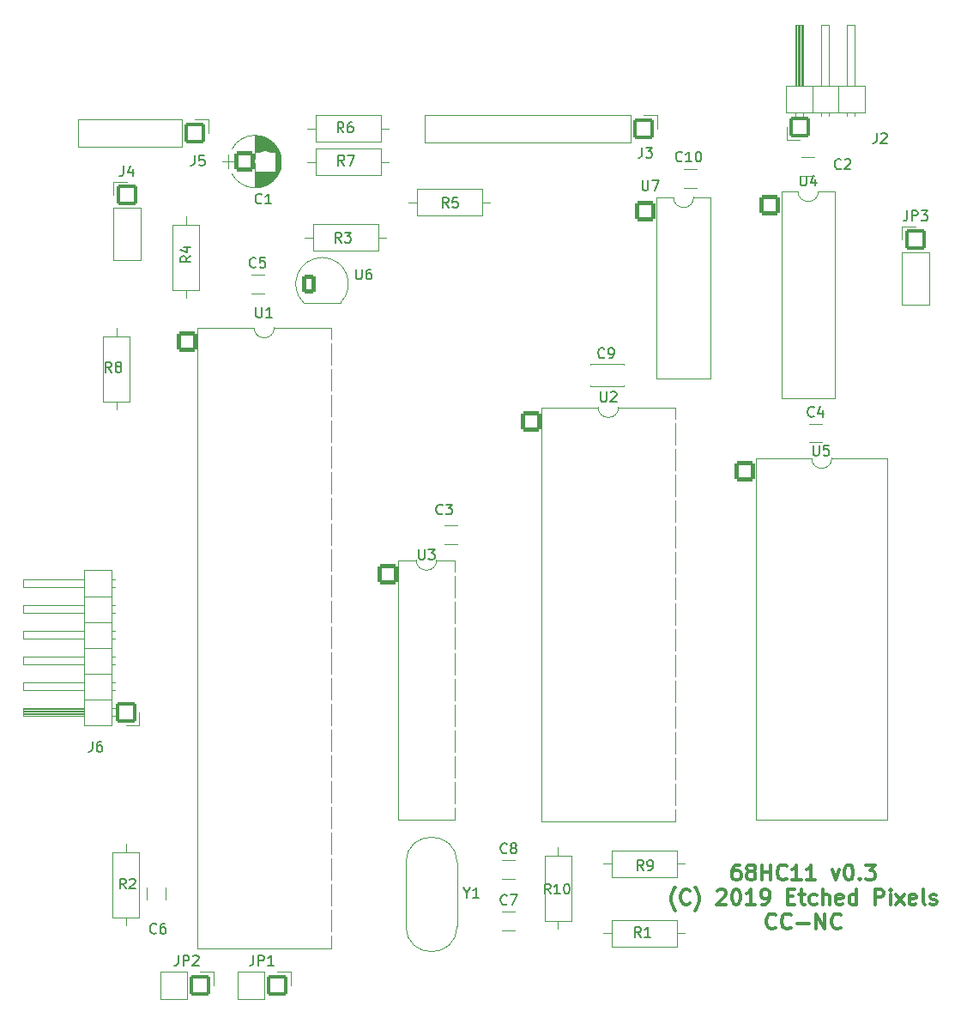
<source format=gto>
G04 #@! TF.GenerationSoftware,KiCad,Pcbnew,6.0.11-3.fc36*
G04 #@! TF.CreationDate,2023-03-05T15:34:22+00:00*
G04 #@! TF.ProjectId,68hc11,36386863-3131-42e6-9b69-6361645f7063,rev?*
G04 #@! TF.SameCoordinates,Original*
G04 #@! TF.FileFunction,Legend,Top*
G04 #@! TF.FilePolarity,Positive*
%FSLAX46Y46*%
G04 Gerber Fmt 4.6, Leading zero omitted, Abs format (unit mm)*
G04 Created by KiCad (PCBNEW 6.0.11-3.fc36) date 2023-03-05 15:34:22*
%MOMM*%
%LPD*%
G01*
G04 APERTURE LIST*
G04 Aperture macros list*
%AMRoundRect*
0 Rectangle with rounded corners*
0 $1 Rounding radius*
0 $2 $3 $4 $5 $6 $7 $8 $9 X,Y pos of 4 corners*
0 Add a 4 corners polygon primitive as box body*
4,1,4,$2,$3,$4,$5,$6,$7,$8,$9,$2,$3,0*
0 Add four circle primitives for the rounded corners*
1,1,$1+$1,$2,$3*
1,1,$1+$1,$4,$5*
1,1,$1+$1,$6,$7*
1,1,$1+$1,$8,$9*
0 Add four rect primitives between the rounded corners*
20,1,$1+$1,$2,$3,$4,$5,0*
20,1,$1+$1,$4,$5,$6,$7,0*
20,1,$1+$1,$6,$7,$8,$9,0*
20,1,$1+$1,$8,$9,$2,$3,0*%
G04 Aperture macros list end*
%ADD10C,0.300000*%
%ADD11C,0.150000*%
%ADD12C,0.120000*%
%ADD13C,2.000000*%
%ADD14O,2.000000X2.000000*%
%ADD15RoundRect,0.200000X-0.800000X-0.800000X0.800000X-0.800000X0.800000X0.800000X-0.800000X0.800000X0*%
%ADD16O,1.300000X1.900000*%
%ADD17RoundRect,0.200000X0.450000X0.750000X-0.450000X0.750000X-0.450000X-0.750000X0.450000X-0.750000X0*%
%ADD18C,1.900000*%
%ADD19RoundRect,0.200000X0.850000X-0.850000X0.850000X0.850000X-0.850000X0.850000X-0.850000X-0.850000X0*%
%ADD20O,2.100000X2.100000*%
%ADD21RoundRect,0.200000X-0.850000X0.850000X-0.850000X-0.850000X0.850000X-0.850000X0.850000X0.850000X0*%
%ADD22RoundRect,0.200000X-0.850000X-0.850000X0.850000X-0.850000X0.850000X0.850000X-0.850000X0.850000X0*%
%ADD23RoundRect,0.200000X0.850000X0.850000X-0.850000X0.850000X-0.850000X-0.850000X0.850000X-0.850000X0*%
G04 APERTURE END LIST*
D10*
X109128571Y-110013571D02*
X108842857Y-110013571D01*
X108700000Y-110085000D01*
X108628571Y-110156428D01*
X108485714Y-110370714D01*
X108414285Y-110656428D01*
X108414285Y-111227857D01*
X108485714Y-111370714D01*
X108557142Y-111442142D01*
X108700000Y-111513571D01*
X108985714Y-111513571D01*
X109128571Y-111442142D01*
X109200000Y-111370714D01*
X109271428Y-111227857D01*
X109271428Y-110870714D01*
X109200000Y-110727857D01*
X109128571Y-110656428D01*
X108985714Y-110585000D01*
X108700000Y-110585000D01*
X108557142Y-110656428D01*
X108485714Y-110727857D01*
X108414285Y-110870714D01*
X110128571Y-110656428D02*
X109985714Y-110585000D01*
X109914285Y-110513571D01*
X109842857Y-110370714D01*
X109842857Y-110299285D01*
X109914285Y-110156428D01*
X109985714Y-110085000D01*
X110128571Y-110013571D01*
X110414285Y-110013571D01*
X110557142Y-110085000D01*
X110628571Y-110156428D01*
X110700000Y-110299285D01*
X110700000Y-110370714D01*
X110628571Y-110513571D01*
X110557142Y-110585000D01*
X110414285Y-110656428D01*
X110128571Y-110656428D01*
X109985714Y-110727857D01*
X109914285Y-110799285D01*
X109842857Y-110942142D01*
X109842857Y-111227857D01*
X109914285Y-111370714D01*
X109985714Y-111442142D01*
X110128571Y-111513571D01*
X110414285Y-111513571D01*
X110557142Y-111442142D01*
X110628571Y-111370714D01*
X110700000Y-111227857D01*
X110700000Y-110942142D01*
X110628571Y-110799285D01*
X110557142Y-110727857D01*
X110414285Y-110656428D01*
X111342857Y-111513571D02*
X111342857Y-110013571D01*
X111342857Y-110727857D02*
X112200000Y-110727857D01*
X112200000Y-111513571D02*
X112200000Y-110013571D01*
X113771428Y-111370714D02*
X113700000Y-111442142D01*
X113485714Y-111513571D01*
X113342857Y-111513571D01*
X113128571Y-111442142D01*
X112985714Y-111299285D01*
X112914285Y-111156428D01*
X112842857Y-110870714D01*
X112842857Y-110656428D01*
X112914285Y-110370714D01*
X112985714Y-110227857D01*
X113128571Y-110085000D01*
X113342857Y-110013571D01*
X113485714Y-110013571D01*
X113700000Y-110085000D01*
X113771428Y-110156428D01*
X115200000Y-111513571D02*
X114342857Y-111513571D01*
X114771428Y-111513571D02*
X114771428Y-110013571D01*
X114628571Y-110227857D01*
X114485714Y-110370714D01*
X114342857Y-110442142D01*
X116628571Y-111513571D02*
X115771428Y-111513571D01*
X116200000Y-111513571D02*
X116200000Y-110013571D01*
X116057142Y-110227857D01*
X115914285Y-110370714D01*
X115771428Y-110442142D01*
X118271428Y-110513571D02*
X118628571Y-111513571D01*
X118985714Y-110513571D01*
X119842857Y-110013571D02*
X119985714Y-110013571D01*
X120128571Y-110085000D01*
X120200000Y-110156428D01*
X120271428Y-110299285D01*
X120342857Y-110585000D01*
X120342857Y-110942142D01*
X120271428Y-111227857D01*
X120200000Y-111370714D01*
X120128571Y-111442142D01*
X119985714Y-111513571D01*
X119842857Y-111513571D01*
X119700000Y-111442142D01*
X119628571Y-111370714D01*
X119557142Y-111227857D01*
X119485714Y-110942142D01*
X119485714Y-110585000D01*
X119557142Y-110299285D01*
X119628571Y-110156428D01*
X119700000Y-110085000D01*
X119842857Y-110013571D01*
X120985714Y-111370714D02*
X121057142Y-111442142D01*
X120985714Y-111513571D01*
X120914285Y-111442142D01*
X120985714Y-111370714D01*
X120985714Y-111513571D01*
X121557142Y-110013571D02*
X122485714Y-110013571D01*
X121985714Y-110585000D01*
X122200000Y-110585000D01*
X122342857Y-110656428D01*
X122414285Y-110727857D01*
X122485714Y-110870714D01*
X122485714Y-111227857D01*
X122414285Y-111370714D01*
X122342857Y-111442142D01*
X122200000Y-111513571D01*
X121771428Y-111513571D01*
X121628571Y-111442142D01*
X121557142Y-111370714D01*
X102807142Y-114500000D02*
X102735714Y-114428571D01*
X102592857Y-114214285D01*
X102521428Y-114071428D01*
X102450000Y-113857142D01*
X102378571Y-113500000D01*
X102378571Y-113214285D01*
X102450000Y-112857142D01*
X102521428Y-112642857D01*
X102592857Y-112500000D01*
X102735714Y-112285714D01*
X102807142Y-112214285D01*
X104235714Y-113785714D02*
X104164285Y-113857142D01*
X103950000Y-113928571D01*
X103807142Y-113928571D01*
X103592857Y-113857142D01*
X103450000Y-113714285D01*
X103378571Y-113571428D01*
X103307142Y-113285714D01*
X103307142Y-113071428D01*
X103378571Y-112785714D01*
X103450000Y-112642857D01*
X103592857Y-112500000D01*
X103807142Y-112428571D01*
X103950000Y-112428571D01*
X104164285Y-112500000D01*
X104235714Y-112571428D01*
X104735714Y-114500000D02*
X104807142Y-114428571D01*
X104950000Y-114214285D01*
X105021428Y-114071428D01*
X105092857Y-113857142D01*
X105164285Y-113500000D01*
X105164285Y-113214285D01*
X105092857Y-112857142D01*
X105021428Y-112642857D01*
X104950000Y-112500000D01*
X104807142Y-112285714D01*
X104735714Y-112214285D01*
X106950000Y-112571428D02*
X107021428Y-112500000D01*
X107164285Y-112428571D01*
X107521428Y-112428571D01*
X107664285Y-112500000D01*
X107735714Y-112571428D01*
X107807142Y-112714285D01*
X107807142Y-112857142D01*
X107735714Y-113071428D01*
X106878571Y-113928571D01*
X107807142Y-113928571D01*
X108735714Y-112428571D02*
X108878571Y-112428571D01*
X109021428Y-112500000D01*
X109092857Y-112571428D01*
X109164285Y-112714285D01*
X109235714Y-113000000D01*
X109235714Y-113357142D01*
X109164285Y-113642857D01*
X109092857Y-113785714D01*
X109021428Y-113857142D01*
X108878571Y-113928571D01*
X108735714Y-113928571D01*
X108592857Y-113857142D01*
X108521428Y-113785714D01*
X108450000Y-113642857D01*
X108378571Y-113357142D01*
X108378571Y-113000000D01*
X108450000Y-112714285D01*
X108521428Y-112571428D01*
X108592857Y-112500000D01*
X108735714Y-112428571D01*
X110664285Y-113928571D02*
X109807142Y-113928571D01*
X110235714Y-113928571D02*
X110235714Y-112428571D01*
X110092857Y-112642857D01*
X109950000Y-112785714D01*
X109807142Y-112857142D01*
X111378571Y-113928571D02*
X111664285Y-113928571D01*
X111807142Y-113857142D01*
X111878571Y-113785714D01*
X112021428Y-113571428D01*
X112092857Y-113285714D01*
X112092857Y-112714285D01*
X112021428Y-112571428D01*
X111950000Y-112500000D01*
X111807142Y-112428571D01*
X111521428Y-112428571D01*
X111378571Y-112500000D01*
X111307142Y-112571428D01*
X111235714Y-112714285D01*
X111235714Y-113071428D01*
X111307142Y-113214285D01*
X111378571Y-113285714D01*
X111521428Y-113357142D01*
X111807142Y-113357142D01*
X111950000Y-113285714D01*
X112021428Y-113214285D01*
X112092857Y-113071428D01*
X113878571Y-113142857D02*
X114378571Y-113142857D01*
X114592857Y-113928571D02*
X113878571Y-113928571D01*
X113878571Y-112428571D01*
X114592857Y-112428571D01*
X115021428Y-112928571D02*
X115592857Y-112928571D01*
X115235714Y-112428571D02*
X115235714Y-113714285D01*
X115307142Y-113857142D01*
X115450000Y-113928571D01*
X115592857Y-113928571D01*
X116735714Y-113857142D02*
X116592857Y-113928571D01*
X116307142Y-113928571D01*
X116164285Y-113857142D01*
X116092857Y-113785714D01*
X116021428Y-113642857D01*
X116021428Y-113214285D01*
X116092857Y-113071428D01*
X116164285Y-113000000D01*
X116307142Y-112928571D01*
X116592857Y-112928571D01*
X116735714Y-113000000D01*
X117378571Y-113928571D02*
X117378571Y-112428571D01*
X118021428Y-113928571D02*
X118021428Y-113142857D01*
X117950000Y-113000000D01*
X117807142Y-112928571D01*
X117592857Y-112928571D01*
X117450000Y-113000000D01*
X117378571Y-113071428D01*
X119307142Y-113857142D02*
X119164285Y-113928571D01*
X118878571Y-113928571D01*
X118735714Y-113857142D01*
X118664285Y-113714285D01*
X118664285Y-113142857D01*
X118735714Y-113000000D01*
X118878571Y-112928571D01*
X119164285Y-112928571D01*
X119307142Y-113000000D01*
X119378571Y-113142857D01*
X119378571Y-113285714D01*
X118664285Y-113428571D01*
X120664285Y-113928571D02*
X120664285Y-112428571D01*
X120664285Y-113857142D02*
X120521428Y-113928571D01*
X120235714Y-113928571D01*
X120092857Y-113857142D01*
X120021428Y-113785714D01*
X119950000Y-113642857D01*
X119950000Y-113214285D01*
X120021428Y-113071428D01*
X120092857Y-113000000D01*
X120235714Y-112928571D01*
X120521428Y-112928571D01*
X120664285Y-113000000D01*
X122521428Y-113928571D02*
X122521428Y-112428571D01*
X123092857Y-112428571D01*
X123235714Y-112500000D01*
X123307142Y-112571428D01*
X123378571Y-112714285D01*
X123378571Y-112928571D01*
X123307142Y-113071428D01*
X123235714Y-113142857D01*
X123092857Y-113214285D01*
X122521428Y-113214285D01*
X124021428Y-113928571D02*
X124021428Y-112928571D01*
X124021428Y-112428571D02*
X123950000Y-112500000D01*
X124021428Y-112571428D01*
X124092857Y-112500000D01*
X124021428Y-112428571D01*
X124021428Y-112571428D01*
X124592857Y-113928571D02*
X125378571Y-112928571D01*
X124592857Y-112928571D02*
X125378571Y-113928571D01*
X126521428Y-113857142D02*
X126378571Y-113928571D01*
X126092857Y-113928571D01*
X125950000Y-113857142D01*
X125878571Y-113714285D01*
X125878571Y-113142857D01*
X125950000Y-113000000D01*
X126092857Y-112928571D01*
X126378571Y-112928571D01*
X126521428Y-113000000D01*
X126592857Y-113142857D01*
X126592857Y-113285714D01*
X125878571Y-113428571D01*
X127450000Y-113928571D02*
X127307142Y-113857142D01*
X127235714Y-113714285D01*
X127235714Y-112428571D01*
X127950000Y-113857142D02*
X128092857Y-113928571D01*
X128378571Y-113928571D01*
X128521428Y-113857142D01*
X128592857Y-113714285D01*
X128592857Y-113642857D01*
X128521428Y-113500000D01*
X128378571Y-113428571D01*
X128164285Y-113428571D01*
X128021428Y-113357142D01*
X127950000Y-113214285D01*
X127950000Y-113142857D01*
X128021428Y-113000000D01*
X128164285Y-112928571D01*
X128378571Y-112928571D01*
X128521428Y-113000000D01*
X112700000Y-116200714D02*
X112628571Y-116272142D01*
X112414285Y-116343571D01*
X112271428Y-116343571D01*
X112057142Y-116272142D01*
X111914285Y-116129285D01*
X111842857Y-115986428D01*
X111771428Y-115700714D01*
X111771428Y-115486428D01*
X111842857Y-115200714D01*
X111914285Y-115057857D01*
X112057142Y-114915000D01*
X112271428Y-114843571D01*
X112414285Y-114843571D01*
X112628571Y-114915000D01*
X112700000Y-114986428D01*
X114200000Y-116200714D02*
X114128571Y-116272142D01*
X113914285Y-116343571D01*
X113771428Y-116343571D01*
X113557142Y-116272142D01*
X113414285Y-116129285D01*
X113342857Y-115986428D01*
X113271428Y-115700714D01*
X113271428Y-115486428D01*
X113342857Y-115200714D01*
X113414285Y-115057857D01*
X113557142Y-114915000D01*
X113771428Y-114843571D01*
X113914285Y-114843571D01*
X114128571Y-114915000D01*
X114200000Y-114986428D01*
X114842857Y-115772142D02*
X115985714Y-115772142D01*
X116700000Y-116343571D02*
X116700000Y-114843571D01*
X117557142Y-116343571D01*
X117557142Y-114843571D01*
X119128571Y-116200714D02*
X119057142Y-116272142D01*
X118842857Y-116343571D01*
X118700000Y-116343571D01*
X118485714Y-116272142D01*
X118342857Y-116129285D01*
X118271428Y-115986428D01*
X118200000Y-115700714D01*
X118200000Y-115486428D01*
X118271428Y-115200714D01*
X118342857Y-115057857D01*
X118485714Y-114915000D01*
X118700000Y-114843571D01*
X118842857Y-114843571D01*
X119057142Y-114915000D01*
X119128571Y-114986428D01*
D11*
X99648093Y-110544740D02*
X99314760Y-110068550D01*
X99076664Y-110544740D02*
X99076664Y-109544740D01*
X99457617Y-109544740D01*
X99552855Y-109592360D01*
X99600474Y-109639979D01*
X99648093Y-109735217D01*
X99648093Y-109878074D01*
X99600474Y-109973312D01*
X99552855Y-110020931D01*
X99457617Y-110068550D01*
X99076664Y-110068550D01*
X100124283Y-110544740D02*
X100314760Y-110544740D01*
X100409998Y-110497121D01*
X100457617Y-110449502D01*
X100552855Y-110306645D01*
X100600474Y-110116169D01*
X100600474Y-109735217D01*
X100552855Y-109639979D01*
X100505236Y-109592360D01*
X100409998Y-109544740D01*
X100219521Y-109544740D01*
X100124283Y-109592360D01*
X100076664Y-109639979D01*
X100029045Y-109735217D01*
X100029045Y-109973312D01*
X100076664Y-110068550D01*
X100124283Y-110116169D01*
X100219521Y-110163788D01*
X100409998Y-110163788D01*
X100505236Y-110116169D01*
X100552855Y-110068550D01*
X100600474Y-109973312D01*
X115148455Y-42034660D02*
X115148455Y-42844184D01*
X115196074Y-42939422D01*
X115243693Y-42987041D01*
X115338931Y-43034660D01*
X115529407Y-43034660D01*
X115624645Y-42987041D01*
X115672264Y-42939422D01*
X115719883Y-42844184D01*
X115719883Y-42034660D01*
X116624645Y-42367994D02*
X116624645Y-43034660D01*
X116386550Y-41987041D02*
X116148455Y-42701327D01*
X116767502Y-42701327D01*
X77480255Y-78893420D02*
X77480255Y-79702944D01*
X77527874Y-79798182D01*
X77575493Y-79845801D01*
X77670731Y-79893420D01*
X77861207Y-79893420D01*
X77956445Y-79845801D01*
X78004064Y-79798182D01*
X78051683Y-79702944D01*
X78051683Y-78893420D01*
X78432636Y-78893420D02*
X79051683Y-78893420D01*
X78718350Y-79274373D01*
X78861207Y-79274373D01*
X78956445Y-79321992D01*
X79004064Y-79369611D01*
X79051683Y-79464849D01*
X79051683Y-79702944D01*
X79004064Y-79798182D01*
X78956445Y-79845801D01*
X78861207Y-79893420D01*
X78575493Y-79893420D01*
X78480255Y-79845801D01*
X78432636Y-79798182D01*
X61427455Y-55027580D02*
X61427455Y-55837104D01*
X61475074Y-55932342D01*
X61522693Y-55979961D01*
X61617931Y-56027580D01*
X61808407Y-56027580D01*
X61903645Y-55979961D01*
X61951264Y-55932342D01*
X61998883Y-55837104D01*
X61998883Y-55027580D01*
X62998883Y-56027580D02*
X62427455Y-56027580D01*
X62713169Y-56027580D02*
X62713169Y-55027580D01*
X62617931Y-55170438D01*
X62522693Y-55265676D01*
X62427455Y-55313295D01*
X95794533Y-59935382D02*
X95746914Y-59983001D01*
X95604057Y-60030620D01*
X95508819Y-60030620D01*
X95365961Y-59983001D01*
X95270723Y-59887763D01*
X95223104Y-59792525D01*
X95175485Y-59602049D01*
X95175485Y-59459192D01*
X95223104Y-59268716D01*
X95270723Y-59173478D01*
X95365961Y-59078240D01*
X95508819Y-59030620D01*
X95604057Y-59030620D01*
X95746914Y-59078240D01*
X95794533Y-59125859D01*
X96270723Y-60030620D02*
X96461200Y-60030620D01*
X96556438Y-59983001D01*
X96604057Y-59935382D01*
X96699295Y-59792525D01*
X96746914Y-59602049D01*
X96746914Y-59221097D01*
X96699295Y-59125859D01*
X96651676Y-59078240D01*
X96556438Y-59030620D01*
X96365961Y-59030620D01*
X96270723Y-59078240D01*
X96223104Y-59125859D01*
X96175485Y-59221097D01*
X96175485Y-59459192D01*
X96223104Y-59554430D01*
X96270723Y-59602049D01*
X96365961Y-59649668D01*
X96556438Y-59649668D01*
X96651676Y-59602049D01*
X96699295Y-59554430D01*
X96746914Y-59459192D01*
X54982860Y-49967266D02*
X54506670Y-50300600D01*
X54982860Y-50538695D02*
X53982860Y-50538695D01*
X53982860Y-50157742D01*
X54030480Y-50062504D01*
X54078099Y-50014885D01*
X54173337Y-49967266D01*
X54316194Y-49967266D01*
X54411432Y-50014885D01*
X54459051Y-50062504D01*
X54506670Y-50157742D01*
X54506670Y-50538695D01*
X54316194Y-49110123D02*
X54982860Y-49110123D01*
X53935241Y-49348219D02*
X54649527Y-49586314D01*
X54649527Y-48967266D01*
X116408295Y-68636900D02*
X116408295Y-69446424D01*
X116455914Y-69541662D01*
X116503533Y-69589281D01*
X116598771Y-69636900D01*
X116789247Y-69636900D01*
X116884485Y-69589281D01*
X116932104Y-69541662D01*
X116979723Y-69446424D01*
X116979723Y-68636900D01*
X117932104Y-68636900D02*
X117455914Y-68636900D01*
X117408295Y-69113091D01*
X117455914Y-69065472D01*
X117551152Y-69017853D01*
X117789247Y-69017853D01*
X117884485Y-69065472D01*
X117932104Y-69113091D01*
X117979723Y-69208329D01*
X117979723Y-69446424D01*
X117932104Y-69541662D01*
X117884485Y-69589281D01*
X117789247Y-69636900D01*
X117551152Y-69636900D01*
X117455914Y-69589281D01*
X117408295Y-69541662D01*
X61983333Y-44707142D02*
X61935714Y-44754761D01*
X61792857Y-44802380D01*
X61697619Y-44802380D01*
X61554761Y-44754761D01*
X61459523Y-44659523D01*
X61411904Y-44564285D01*
X61364285Y-44373809D01*
X61364285Y-44230952D01*
X61411904Y-44040476D01*
X61459523Y-43945238D01*
X61554761Y-43850000D01*
X61697619Y-43802380D01*
X61792857Y-43802380D01*
X61935714Y-43850000D01*
X61983333Y-43897619D01*
X62935714Y-44802380D02*
X62364285Y-44802380D01*
X62650000Y-44802380D02*
X62650000Y-43802380D01*
X62554761Y-43945238D01*
X62459523Y-44040476D01*
X62364285Y-44088095D01*
X99378333Y-117142380D02*
X99045000Y-116666190D01*
X98806904Y-117142380D02*
X98806904Y-116142380D01*
X99187857Y-116142380D01*
X99283095Y-116190000D01*
X99330714Y-116237619D01*
X99378333Y-116332857D01*
X99378333Y-116475714D01*
X99330714Y-116570952D01*
X99283095Y-116618571D01*
X99187857Y-116666190D01*
X98806904Y-116666190D01*
X100330714Y-117142380D02*
X99759285Y-117142380D01*
X100045000Y-117142380D02*
X100045000Y-116142380D01*
X99949761Y-116285238D01*
X99854523Y-116380476D01*
X99759285Y-116428095D01*
X48568333Y-112372380D02*
X48235000Y-111896190D01*
X47996904Y-112372380D02*
X47996904Y-111372380D01*
X48377857Y-111372380D01*
X48473095Y-111420000D01*
X48520714Y-111467619D01*
X48568333Y-111562857D01*
X48568333Y-111705714D01*
X48520714Y-111800952D01*
X48473095Y-111848571D01*
X48377857Y-111896190D01*
X47996904Y-111896190D01*
X48949285Y-111467619D02*
X48996904Y-111420000D01*
X49092142Y-111372380D01*
X49330238Y-111372380D01*
X49425476Y-111420000D01*
X49473095Y-111467619D01*
X49520714Y-111562857D01*
X49520714Y-111658095D01*
X49473095Y-111800952D01*
X48901666Y-112372380D01*
X49520714Y-112372380D01*
X69831373Y-48635900D02*
X69498040Y-48159710D01*
X69259944Y-48635900D02*
X69259944Y-47635900D01*
X69640897Y-47635900D01*
X69736135Y-47683520D01*
X69783754Y-47731139D01*
X69831373Y-47826377D01*
X69831373Y-47969234D01*
X69783754Y-48064472D01*
X69736135Y-48112091D01*
X69640897Y-48159710D01*
X69259944Y-48159710D01*
X70164706Y-47635900D02*
X70783754Y-47635900D01*
X70450420Y-48016853D01*
X70593278Y-48016853D01*
X70688516Y-48064472D01*
X70736135Y-48112091D01*
X70783754Y-48207329D01*
X70783754Y-48445424D01*
X70736135Y-48540662D01*
X70688516Y-48588281D01*
X70593278Y-48635900D01*
X70307563Y-48635900D01*
X70212325Y-48588281D01*
X70164706Y-48540662D01*
X80418093Y-45196740D02*
X80084760Y-44720550D01*
X79846664Y-45196740D02*
X79846664Y-44196740D01*
X80227617Y-44196740D01*
X80322855Y-44244360D01*
X80370474Y-44291979D01*
X80418093Y-44387217D01*
X80418093Y-44530074D01*
X80370474Y-44625312D01*
X80322855Y-44672931D01*
X80227617Y-44720550D01*
X79846664Y-44720550D01*
X81322855Y-44196740D02*
X80846664Y-44196740D01*
X80799045Y-44672931D01*
X80846664Y-44625312D01*
X80941902Y-44577693D01*
X81179998Y-44577693D01*
X81275236Y-44625312D01*
X81322855Y-44672931D01*
X81370474Y-44768169D01*
X81370474Y-45006264D01*
X81322855Y-45101502D01*
X81275236Y-45149121D01*
X81179998Y-45196740D01*
X80941902Y-45196740D01*
X80846664Y-45149121D01*
X80799045Y-45101502D01*
X70054893Y-37769780D02*
X69721560Y-37293590D01*
X69483464Y-37769780D02*
X69483464Y-36769780D01*
X69864417Y-36769780D01*
X69959655Y-36817400D01*
X70007274Y-36865019D01*
X70054893Y-36960257D01*
X70054893Y-37103114D01*
X70007274Y-37198352D01*
X69959655Y-37245971D01*
X69864417Y-37293590D01*
X69483464Y-37293590D01*
X70912036Y-36769780D02*
X70721560Y-36769780D01*
X70626321Y-36817400D01*
X70578702Y-36865019D01*
X70483464Y-37007876D01*
X70435845Y-37198352D01*
X70435845Y-37579304D01*
X70483464Y-37674542D01*
X70531083Y-37722161D01*
X70626321Y-37769780D01*
X70816798Y-37769780D01*
X70912036Y-37722161D01*
X70959655Y-37674542D01*
X71007274Y-37579304D01*
X71007274Y-37341209D01*
X70959655Y-37245971D01*
X70912036Y-37198352D01*
X70816798Y-37150733D01*
X70626321Y-37150733D01*
X70531083Y-37198352D01*
X70483464Y-37245971D01*
X70435845Y-37341209D01*
X70126013Y-41020980D02*
X69792680Y-40544790D01*
X69554584Y-41020980D02*
X69554584Y-40020980D01*
X69935537Y-40020980D01*
X70030775Y-40068600D01*
X70078394Y-40116219D01*
X70126013Y-40211457D01*
X70126013Y-40354314D01*
X70078394Y-40449552D01*
X70030775Y-40497171D01*
X69935537Y-40544790D01*
X69554584Y-40544790D01*
X70459346Y-40020980D02*
X71126013Y-40020980D01*
X70697441Y-41020980D01*
X47168773Y-61422540D02*
X46835440Y-60946350D01*
X46597344Y-61422540D02*
X46597344Y-60422540D01*
X46978297Y-60422540D01*
X47073535Y-60470160D01*
X47121154Y-60517779D01*
X47168773Y-60613017D01*
X47168773Y-60755874D01*
X47121154Y-60851112D01*
X47073535Y-60898731D01*
X46978297Y-60946350D01*
X46597344Y-60946350D01*
X47740201Y-60851112D02*
X47644963Y-60803493D01*
X47597344Y-60755874D01*
X47549725Y-60660636D01*
X47549725Y-60613017D01*
X47597344Y-60517779D01*
X47644963Y-60470160D01*
X47740201Y-60422540D01*
X47930678Y-60422540D01*
X48025916Y-60470160D01*
X48073535Y-60517779D01*
X48121154Y-60613017D01*
X48121154Y-60660636D01*
X48073535Y-60755874D01*
X48025916Y-60803493D01*
X47930678Y-60851112D01*
X47740201Y-60851112D01*
X47644963Y-60898731D01*
X47597344Y-60946350D01*
X47549725Y-61041588D01*
X47549725Y-61232064D01*
X47597344Y-61327302D01*
X47644963Y-61374921D01*
X47740201Y-61422540D01*
X47930678Y-61422540D01*
X48025916Y-61374921D01*
X48073535Y-61327302D01*
X48121154Y-61232064D01*
X48121154Y-61041588D01*
X48073535Y-60946350D01*
X48025916Y-60898731D01*
X47930678Y-60851112D01*
X90477142Y-112877380D02*
X90143809Y-112401190D01*
X89905714Y-112877380D02*
X89905714Y-111877380D01*
X90286666Y-111877380D01*
X90381904Y-111925000D01*
X90429523Y-111972619D01*
X90477142Y-112067857D01*
X90477142Y-112210714D01*
X90429523Y-112305952D01*
X90381904Y-112353571D01*
X90286666Y-112401190D01*
X89905714Y-112401190D01*
X91429523Y-112877380D02*
X90858095Y-112877380D01*
X91143809Y-112877380D02*
X91143809Y-111877380D01*
X91048571Y-112020238D01*
X90953333Y-112115476D01*
X90858095Y-112163095D01*
X92048571Y-111877380D02*
X92143809Y-111877380D01*
X92239047Y-111925000D01*
X92286666Y-111972619D01*
X92334285Y-112067857D01*
X92381904Y-112258333D01*
X92381904Y-112496428D01*
X92334285Y-112686904D01*
X92286666Y-112782142D01*
X92239047Y-112829761D01*
X92143809Y-112877380D01*
X92048571Y-112877380D01*
X91953333Y-112829761D01*
X91905714Y-112782142D01*
X91858095Y-112686904D01*
X91810476Y-112496428D01*
X91810476Y-112258333D01*
X91858095Y-112067857D01*
X91905714Y-111972619D01*
X91953333Y-111925000D01*
X92048571Y-111877380D01*
X95427895Y-63341140D02*
X95427895Y-64150664D01*
X95475514Y-64245902D01*
X95523133Y-64293521D01*
X95618371Y-64341140D01*
X95808847Y-64341140D01*
X95904085Y-64293521D01*
X95951704Y-64245902D01*
X95999323Y-64150664D01*
X95999323Y-63341140D01*
X96427895Y-63436379D02*
X96475514Y-63388760D01*
X96570752Y-63341140D01*
X96808847Y-63341140D01*
X96904085Y-63388760D01*
X96951704Y-63436379D01*
X96999323Y-63531617D01*
X96999323Y-63626855D01*
X96951704Y-63769712D01*
X96380276Y-64341140D01*
X96999323Y-64341140D01*
X71288095Y-51252380D02*
X71288095Y-52061904D01*
X71335714Y-52157142D01*
X71383333Y-52204761D01*
X71478571Y-52252380D01*
X71669047Y-52252380D01*
X71764285Y-52204761D01*
X71811904Y-52157142D01*
X71859523Y-52061904D01*
X71859523Y-51252380D01*
X72764285Y-51252380D02*
X72573809Y-51252380D01*
X72478571Y-51300000D01*
X72430952Y-51347619D01*
X72335714Y-51490476D01*
X72288095Y-51680952D01*
X72288095Y-52061904D01*
X72335714Y-52157142D01*
X72383333Y-52204761D01*
X72478571Y-52252380D01*
X72669047Y-52252380D01*
X72764285Y-52204761D01*
X72811904Y-52157142D01*
X72859523Y-52061904D01*
X72859523Y-51823809D01*
X72811904Y-51728571D01*
X72764285Y-51680952D01*
X72669047Y-51633333D01*
X72478571Y-51633333D01*
X72383333Y-51680952D01*
X72335714Y-51728571D01*
X72288095Y-51823809D01*
X82223809Y-112776190D02*
X82223809Y-113252380D01*
X81890476Y-112252380D02*
X82223809Y-112776190D01*
X82557142Y-112252380D01*
X83414285Y-113252380D02*
X82842857Y-113252380D01*
X83128571Y-113252380D02*
X83128571Y-112252380D01*
X83033333Y-112395238D01*
X82938095Y-112490476D01*
X82842857Y-112538095D01*
X122666666Y-37852380D02*
X122666666Y-38566666D01*
X122619047Y-38709523D01*
X122523809Y-38804761D01*
X122380952Y-38852380D01*
X122285714Y-38852380D01*
X123095238Y-37947619D02*
X123142857Y-37900000D01*
X123238095Y-37852380D01*
X123476190Y-37852380D01*
X123571428Y-37900000D01*
X123619047Y-37947619D01*
X123666666Y-38042857D01*
X123666666Y-38138095D01*
X123619047Y-38280952D01*
X123047619Y-38852380D01*
X123666666Y-38852380D01*
X99501786Y-39263860D02*
X99501786Y-39978146D01*
X99454167Y-40121003D01*
X99358929Y-40216241D01*
X99216072Y-40263860D01*
X99120834Y-40263860D01*
X99882739Y-39263860D02*
X100501786Y-39263860D01*
X100168453Y-39644813D01*
X100311310Y-39644813D01*
X100406548Y-39692432D01*
X100454167Y-39740051D01*
X100501786Y-39835289D01*
X100501786Y-40073384D01*
X100454167Y-40168622D01*
X100406548Y-40216241D01*
X100311310Y-40263860D01*
X100025596Y-40263860D01*
X99930358Y-40216241D01*
X99882739Y-40168622D01*
X48343226Y-41089780D02*
X48343226Y-41804066D01*
X48295607Y-41946923D01*
X48200369Y-42042161D01*
X48057512Y-42089780D01*
X47962274Y-42089780D01*
X49247988Y-41423114D02*
X49247988Y-42089780D01*
X49009893Y-41042161D02*
X48771798Y-41756447D01*
X49390845Y-41756447D01*
X61166666Y-118952380D02*
X61166666Y-119666666D01*
X61119047Y-119809523D01*
X61023809Y-119904761D01*
X60880952Y-119952380D01*
X60785714Y-119952380D01*
X61642857Y-119952380D02*
X61642857Y-118952380D01*
X62023809Y-118952380D01*
X62119047Y-119000000D01*
X62166666Y-119047619D01*
X62214285Y-119142857D01*
X62214285Y-119285714D01*
X62166666Y-119380952D01*
X62119047Y-119428571D01*
X62023809Y-119476190D01*
X61642857Y-119476190D01*
X63166666Y-119952380D02*
X62595238Y-119952380D01*
X62880952Y-119952380D02*
X62880952Y-118952380D01*
X62785714Y-119095238D01*
X62690476Y-119190476D01*
X62595238Y-119238095D01*
X53766666Y-118952380D02*
X53766666Y-119666666D01*
X53719047Y-119809523D01*
X53623809Y-119904761D01*
X53480952Y-119952380D01*
X53385714Y-119952380D01*
X54242857Y-119952380D02*
X54242857Y-118952380D01*
X54623809Y-118952380D01*
X54719047Y-119000000D01*
X54766666Y-119047619D01*
X54814285Y-119142857D01*
X54814285Y-119285714D01*
X54766666Y-119380952D01*
X54719047Y-119428571D01*
X54623809Y-119476190D01*
X54242857Y-119476190D01*
X55195238Y-119047619D02*
X55242857Y-119000000D01*
X55338095Y-118952380D01*
X55576190Y-118952380D01*
X55671428Y-119000000D01*
X55719047Y-119047619D01*
X55766666Y-119142857D01*
X55766666Y-119238095D01*
X55719047Y-119380952D01*
X55147619Y-119952380D01*
X55766666Y-119952380D01*
X125673906Y-45473820D02*
X125673906Y-46188106D01*
X125626287Y-46330963D01*
X125531049Y-46426201D01*
X125388192Y-46473820D01*
X125292954Y-46473820D01*
X126150097Y-46473820D02*
X126150097Y-45473820D01*
X126531049Y-45473820D01*
X126626287Y-45521440D01*
X126673906Y-45569059D01*
X126721525Y-45664297D01*
X126721525Y-45807154D01*
X126673906Y-45902392D01*
X126626287Y-45950011D01*
X126531049Y-45997630D01*
X126150097Y-45997630D01*
X127054859Y-45473820D02*
X127673906Y-45473820D01*
X127340573Y-45854773D01*
X127483430Y-45854773D01*
X127578668Y-45902392D01*
X127626287Y-45950011D01*
X127673906Y-46045249D01*
X127673906Y-46283344D01*
X127626287Y-46378582D01*
X127578668Y-46426201D01*
X127483430Y-46473820D01*
X127197716Y-46473820D01*
X127102478Y-46426201D01*
X127054859Y-46378582D01*
X55366666Y-40052380D02*
X55366666Y-40766666D01*
X55319047Y-40909523D01*
X55223809Y-41004761D01*
X55080952Y-41052380D01*
X54985714Y-41052380D01*
X56319047Y-40052380D02*
X55842857Y-40052380D01*
X55795238Y-40528571D01*
X55842857Y-40480952D01*
X55938095Y-40433333D01*
X56176190Y-40433333D01*
X56271428Y-40480952D01*
X56319047Y-40528571D01*
X56366666Y-40623809D01*
X56366666Y-40861904D01*
X56319047Y-40957142D01*
X56271428Y-41004761D01*
X56176190Y-41052380D01*
X55938095Y-41052380D01*
X55842857Y-41004761D01*
X55795238Y-40957142D01*
X45266666Y-97852380D02*
X45266666Y-98566666D01*
X45219047Y-98709523D01*
X45123809Y-98804761D01*
X44980952Y-98852380D01*
X44885714Y-98852380D01*
X46171428Y-97852380D02*
X45980952Y-97852380D01*
X45885714Y-97900000D01*
X45838095Y-97947619D01*
X45742857Y-98090476D01*
X45695238Y-98280952D01*
X45695238Y-98661904D01*
X45742857Y-98757142D01*
X45790476Y-98804761D01*
X45885714Y-98852380D01*
X46076190Y-98852380D01*
X46171428Y-98804761D01*
X46219047Y-98757142D01*
X46266666Y-98661904D01*
X46266666Y-98423809D01*
X46219047Y-98328571D01*
X46171428Y-98280952D01*
X46076190Y-98233333D01*
X45885714Y-98233333D01*
X45790476Y-98280952D01*
X45742857Y-98328571D01*
X45695238Y-98423809D01*
X119142213Y-41301942D02*
X119094594Y-41349561D01*
X118951737Y-41397180D01*
X118856499Y-41397180D01*
X118713641Y-41349561D01*
X118618403Y-41254323D01*
X118570784Y-41159085D01*
X118523165Y-40968609D01*
X118523165Y-40825752D01*
X118570784Y-40635276D01*
X118618403Y-40540038D01*
X118713641Y-40444800D01*
X118856499Y-40397180D01*
X118951737Y-40397180D01*
X119094594Y-40444800D01*
X119142213Y-40492419D01*
X119523165Y-40492419D02*
X119570784Y-40444800D01*
X119666022Y-40397180D01*
X119904118Y-40397180D01*
X119999356Y-40444800D01*
X120046975Y-40492419D01*
X120094594Y-40587657D01*
X120094594Y-40682895D01*
X120046975Y-40825752D01*
X119475546Y-41397180D01*
X120094594Y-41397180D01*
X79833333Y-75357142D02*
X79785714Y-75404761D01*
X79642857Y-75452380D01*
X79547619Y-75452380D01*
X79404761Y-75404761D01*
X79309523Y-75309523D01*
X79261904Y-75214285D01*
X79214285Y-75023809D01*
X79214285Y-74880952D01*
X79261904Y-74690476D01*
X79309523Y-74595238D01*
X79404761Y-74500000D01*
X79547619Y-74452380D01*
X79642857Y-74452380D01*
X79785714Y-74500000D01*
X79833333Y-74547619D01*
X80166666Y-74452380D02*
X80785714Y-74452380D01*
X80452380Y-74833333D01*
X80595238Y-74833333D01*
X80690476Y-74880952D01*
X80738095Y-74928571D01*
X80785714Y-75023809D01*
X80785714Y-75261904D01*
X80738095Y-75357142D01*
X80690476Y-75404761D01*
X80595238Y-75452380D01*
X80309523Y-75452380D01*
X80214285Y-75404761D01*
X80166666Y-75357142D01*
X116475533Y-65739062D02*
X116427914Y-65786681D01*
X116285057Y-65834300D01*
X116189819Y-65834300D01*
X116046961Y-65786681D01*
X115951723Y-65691443D01*
X115904104Y-65596205D01*
X115856485Y-65405729D01*
X115856485Y-65262872D01*
X115904104Y-65072396D01*
X115951723Y-64977158D01*
X116046961Y-64881920D01*
X116189819Y-64834300D01*
X116285057Y-64834300D01*
X116427914Y-64881920D01*
X116475533Y-64929539D01*
X117332676Y-65167634D02*
X117332676Y-65834300D01*
X117094580Y-64786681D02*
X116856485Y-65500967D01*
X117475533Y-65500967D01*
X61408333Y-51012142D02*
X61360714Y-51059761D01*
X61217857Y-51107380D01*
X61122619Y-51107380D01*
X60979761Y-51059761D01*
X60884523Y-50964523D01*
X60836904Y-50869285D01*
X60789285Y-50678809D01*
X60789285Y-50535952D01*
X60836904Y-50345476D01*
X60884523Y-50250238D01*
X60979761Y-50155000D01*
X61122619Y-50107380D01*
X61217857Y-50107380D01*
X61360714Y-50155000D01*
X61408333Y-50202619D01*
X62313095Y-50107380D02*
X61836904Y-50107380D01*
X61789285Y-50583571D01*
X61836904Y-50535952D01*
X61932142Y-50488333D01*
X62170238Y-50488333D01*
X62265476Y-50535952D01*
X62313095Y-50583571D01*
X62360714Y-50678809D01*
X62360714Y-50916904D01*
X62313095Y-51012142D01*
X62265476Y-51059761D01*
X62170238Y-51107380D01*
X61932142Y-51107380D01*
X61836904Y-51059761D01*
X61789285Y-51012142D01*
X51583333Y-116707142D02*
X51535714Y-116754761D01*
X51392857Y-116802380D01*
X51297619Y-116802380D01*
X51154761Y-116754761D01*
X51059523Y-116659523D01*
X51011904Y-116564285D01*
X50964285Y-116373809D01*
X50964285Y-116230952D01*
X51011904Y-116040476D01*
X51059523Y-115945238D01*
X51154761Y-115850000D01*
X51297619Y-115802380D01*
X51392857Y-115802380D01*
X51535714Y-115850000D01*
X51583333Y-115897619D01*
X52440476Y-115802380D02*
X52250000Y-115802380D01*
X52154761Y-115850000D01*
X52107142Y-115897619D01*
X52011904Y-116040476D01*
X51964285Y-116230952D01*
X51964285Y-116611904D01*
X52011904Y-116707142D01*
X52059523Y-116754761D01*
X52154761Y-116802380D01*
X52345238Y-116802380D01*
X52440476Y-116754761D01*
X52488095Y-116707142D01*
X52535714Y-116611904D01*
X52535714Y-116373809D01*
X52488095Y-116278571D01*
X52440476Y-116230952D01*
X52345238Y-116183333D01*
X52154761Y-116183333D01*
X52059523Y-116230952D01*
X52011904Y-116278571D01*
X51964285Y-116373809D01*
X86173333Y-113877142D02*
X86125714Y-113924761D01*
X85982857Y-113972380D01*
X85887619Y-113972380D01*
X85744761Y-113924761D01*
X85649523Y-113829523D01*
X85601904Y-113734285D01*
X85554285Y-113543809D01*
X85554285Y-113400952D01*
X85601904Y-113210476D01*
X85649523Y-113115238D01*
X85744761Y-113020000D01*
X85887619Y-112972380D01*
X85982857Y-112972380D01*
X86125714Y-113020000D01*
X86173333Y-113067619D01*
X86506666Y-112972380D02*
X87173333Y-112972380D01*
X86744761Y-113972380D01*
X86173333Y-108797142D02*
X86125714Y-108844761D01*
X85982857Y-108892380D01*
X85887619Y-108892380D01*
X85744761Y-108844761D01*
X85649523Y-108749523D01*
X85601904Y-108654285D01*
X85554285Y-108463809D01*
X85554285Y-108320952D01*
X85601904Y-108130476D01*
X85649523Y-108035238D01*
X85744761Y-107940000D01*
X85887619Y-107892380D01*
X85982857Y-107892380D01*
X86125714Y-107940000D01*
X86173333Y-107987619D01*
X86744761Y-108320952D02*
X86649523Y-108273333D01*
X86601904Y-108225714D01*
X86554285Y-108130476D01*
X86554285Y-108082857D01*
X86601904Y-107987619D01*
X86649523Y-107940000D01*
X86744761Y-107892380D01*
X86935238Y-107892380D01*
X87030476Y-107940000D01*
X87078095Y-107987619D01*
X87125714Y-108082857D01*
X87125714Y-108130476D01*
X87078095Y-108225714D01*
X87030476Y-108273333D01*
X86935238Y-108320952D01*
X86744761Y-108320952D01*
X86649523Y-108368571D01*
X86601904Y-108416190D01*
X86554285Y-108511428D01*
X86554285Y-108701904D01*
X86601904Y-108797142D01*
X86649523Y-108844761D01*
X86744761Y-108892380D01*
X86935238Y-108892380D01*
X87030476Y-108844761D01*
X87078095Y-108797142D01*
X87125714Y-108701904D01*
X87125714Y-108511428D01*
X87078095Y-108416190D01*
X87030476Y-108368571D01*
X86935238Y-108320952D01*
X103457142Y-40557142D02*
X103409523Y-40604761D01*
X103266666Y-40652380D01*
X103171428Y-40652380D01*
X103028571Y-40604761D01*
X102933333Y-40509523D01*
X102885714Y-40414285D01*
X102838095Y-40223809D01*
X102838095Y-40080952D01*
X102885714Y-39890476D01*
X102933333Y-39795238D01*
X103028571Y-39700000D01*
X103171428Y-39652380D01*
X103266666Y-39652380D01*
X103409523Y-39700000D01*
X103457142Y-39747619D01*
X104409523Y-40652380D02*
X103838095Y-40652380D01*
X104123809Y-40652380D02*
X104123809Y-39652380D01*
X104028571Y-39795238D01*
X103933333Y-39890476D01*
X103838095Y-39938095D01*
X105028571Y-39652380D02*
X105123809Y-39652380D01*
X105219047Y-39700000D01*
X105266666Y-39747619D01*
X105314285Y-39842857D01*
X105361904Y-40033333D01*
X105361904Y-40271428D01*
X105314285Y-40461904D01*
X105266666Y-40557142D01*
X105219047Y-40604761D01*
X105123809Y-40652380D01*
X105028571Y-40652380D01*
X104933333Y-40604761D01*
X104885714Y-40557142D01*
X104838095Y-40461904D01*
X104790476Y-40271428D01*
X104790476Y-40033333D01*
X104838095Y-39842857D01*
X104885714Y-39747619D01*
X104933333Y-39700000D01*
X105028571Y-39652380D01*
X99538095Y-42502380D02*
X99538095Y-43311904D01*
X99585714Y-43407142D01*
X99633333Y-43454761D01*
X99728571Y-43502380D01*
X99919047Y-43502380D01*
X100014285Y-43454761D01*
X100061904Y-43407142D01*
X100109523Y-43311904D01*
X100109523Y-42502380D01*
X100490476Y-42502380D02*
X101157142Y-42502380D01*
X100728571Y-43502380D01*
D12*
X102980000Y-111210000D02*
X102980000Y-108590000D01*
X102980000Y-108590000D02*
X96560000Y-108590000D01*
X96560000Y-108590000D02*
X96560000Y-111210000D01*
X96560000Y-111210000D02*
X102980000Y-111210000D01*
X103870000Y-109900000D02*
X102980000Y-109900000D01*
X95670000Y-109900000D02*
X96560000Y-109900000D01*
X114910360Y-43582280D02*
G75*
G03*
X116910360Y-43582280I1000000J0D01*
G01*
X114910360Y-43582280D02*
X113260360Y-43582280D01*
X113260360Y-43582280D02*
X113260360Y-64022280D01*
X113260360Y-64022280D02*
X118560360Y-64022280D01*
X118560360Y-64022280D02*
X118560360Y-43582280D01*
X118560360Y-43582280D02*
X116910360Y-43582280D01*
X77242160Y-79956040D02*
X75472160Y-79956040D01*
X75472160Y-79956040D02*
X75472160Y-105596040D01*
X75472160Y-105596040D02*
X81012160Y-105596040D01*
X81012160Y-105596040D02*
X81012160Y-79956040D01*
X81012160Y-79956040D02*
X79242160Y-79956040D01*
X77242160Y-79956040D02*
G75*
G03*
X79242160Y-79956040I1000000J0D01*
G01*
X61230000Y-57030000D02*
X55650000Y-57030000D01*
X55650000Y-57030000D02*
X55650000Y-118230000D01*
X55650000Y-118230000D02*
X68810000Y-118230000D01*
X68810000Y-118230000D02*
X68810000Y-57030000D01*
X68810000Y-57030000D02*
X63230000Y-57030000D01*
X61230000Y-57030000D02*
G75*
G03*
X63230000Y-57030000I1000000J0D01*
G01*
X97687560Y-62826760D02*
X94447560Y-62826760D01*
X97687560Y-60586760D02*
X94447560Y-60586760D01*
X97687560Y-62826760D02*
X97687560Y-62761760D01*
X97687560Y-60651760D02*
X97687560Y-60586760D01*
X94447560Y-62826760D02*
X94447560Y-62761760D01*
X94447560Y-60651760D02*
X94447560Y-60586760D01*
X55810000Y-46870000D02*
X53190000Y-46870000D01*
X53190000Y-46870000D02*
X53190000Y-53290000D01*
X53190000Y-53290000D02*
X55810000Y-53290000D01*
X55810000Y-53290000D02*
X55810000Y-46870000D01*
X54500000Y-45980000D02*
X54500000Y-46870000D01*
X54500000Y-54180000D02*
X54500000Y-53290000D01*
X116241320Y-69901760D02*
G75*
G03*
X118241320Y-69901760I1000000J0D01*
G01*
X116241320Y-69901760D02*
X110781320Y-69901760D01*
X110781320Y-69901760D02*
X110781320Y-105581760D01*
X110781320Y-105581760D02*
X123701320Y-105581760D01*
X123701320Y-105581760D02*
X123701320Y-69901760D01*
X123701320Y-69901760D02*
X118241320Y-69901760D01*
X63630722Y-39460278D02*
G75*
G03*
X59019420Y-39460000I-2305722J-1179722D01*
G01*
X59019420Y-41820000D02*
G75*
G03*
X63630722Y-41819722I2305580J1180000D01*
G01*
X63630722Y-41819722D02*
G75*
G03*
X63630580Y-39460000I-2305722J1179722D01*
G01*
X61325000Y-38090000D02*
X61325000Y-43190000D01*
X61365000Y-38090000D02*
X61365000Y-39660000D01*
X61365000Y-41620000D02*
X61365000Y-43190000D01*
X61405000Y-38091000D02*
X61405000Y-39660000D01*
X61405000Y-41620000D02*
X61405000Y-43189000D01*
X61445000Y-38092000D02*
X61445000Y-39660000D01*
X61445000Y-41620000D02*
X61445000Y-43188000D01*
X61485000Y-38094000D02*
X61485000Y-39660000D01*
X61485000Y-41620000D02*
X61485000Y-43186000D01*
X61525000Y-38097000D02*
X61525000Y-39660000D01*
X61525000Y-41620000D02*
X61525000Y-43183000D01*
X61565000Y-38101000D02*
X61565000Y-39660000D01*
X61565000Y-41620000D02*
X61565000Y-43179000D01*
X61605000Y-38105000D02*
X61605000Y-39660000D01*
X61605000Y-41620000D02*
X61605000Y-43175000D01*
X61645000Y-38109000D02*
X61645000Y-39660000D01*
X61645000Y-41620000D02*
X61645000Y-43171000D01*
X61685000Y-38115000D02*
X61685000Y-39660000D01*
X61685000Y-41620000D02*
X61685000Y-43165000D01*
X61725000Y-38121000D02*
X61725000Y-39660000D01*
X61725000Y-41620000D02*
X61725000Y-43159000D01*
X61765000Y-38127000D02*
X61765000Y-39660000D01*
X61765000Y-41620000D02*
X61765000Y-43153000D01*
X61805000Y-38134000D02*
X61805000Y-39660000D01*
X61805000Y-41620000D02*
X61805000Y-43146000D01*
X61845000Y-38142000D02*
X61845000Y-39660000D01*
X61845000Y-41620000D02*
X61845000Y-43138000D01*
X61885000Y-38151000D02*
X61885000Y-39660000D01*
X61885000Y-41620000D02*
X61885000Y-43129000D01*
X61925000Y-38160000D02*
X61925000Y-39660000D01*
X61925000Y-41620000D02*
X61925000Y-43120000D01*
X61965000Y-38170000D02*
X61965000Y-39660000D01*
X61965000Y-41620000D02*
X61965000Y-43110000D01*
X62005000Y-38180000D02*
X62005000Y-39660000D01*
X62005000Y-41620000D02*
X62005000Y-43100000D01*
X62046000Y-38192000D02*
X62046000Y-39660000D01*
X62046000Y-41620000D02*
X62046000Y-43088000D01*
X62086000Y-38204000D02*
X62086000Y-39660000D01*
X62086000Y-41620000D02*
X62086000Y-43076000D01*
X62126000Y-38216000D02*
X62126000Y-39660000D01*
X62126000Y-41620000D02*
X62126000Y-43064000D01*
X62166000Y-38230000D02*
X62166000Y-39660000D01*
X62166000Y-41620000D02*
X62166000Y-43050000D01*
X62206000Y-38244000D02*
X62206000Y-39660000D01*
X62206000Y-41620000D02*
X62206000Y-43036000D01*
X62246000Y-38258000D02*
X62246000Y-39660000D01*
X62246000Y-41620000D02*
X62246000Y-43022000D01*
X62286000Y-38274000D02*
X62286000Y-39660000D01*
X62286000Y-41620000D02*
X62286000Y-43006000D01*
X62326000Y-38290000D02*
X62326000Y-39660000D01*
X62326000Y-41620000D02*
X62326000Y-42990000D01*
X62366000Y-38307000D02*
X62366000Y-39660000D01*
X62366000Y-41620000D02*
X62366000Y-42973000D01*
X62406000Y-38325000D02*
X62406000Y-39660000D01*
X62406000Y-41620000D02*
X62406000Y-42955000D01*
X62446000Y-38344000D02*
X62446000Y-39660000D01*
X62446000Y-41620000D02*
X62446000Y-42936000D01*
X62486000Y-38364000D02*
X62486000Y-39660000D01*
X62486000Y-41620000D02*
X62486000Y-42916000D01*
X62526000Y-38384000D02*
X62526000Y-39660000D01*
X62526000Y-41620000D02*
X62526000Y-42896000D01*
X62566000Y-38406000D02*
X62566000Y-39660000D01*
X62566000Y-41620000D02*
X62566000Y-42874000D01*
X62606000Y-38428000D02*
X62606000Y-39660000D01*
X62606000Y-41620000D02*
X62606000Y-42852000D01*
X62646000Y-38451000D02*
X62646000Y-39660000D01*
X62646000Y-41620000D02*
X62646000Y-42829000D01*
X62686000Y-38475000D02*
X62686000Y-39660000D01*
X62686000Y-41620000D02*
X62686000Y-42805000D01*
X62726000Y-38500000D02*
X62726000Y-39660000D01*
X62726000Y-41620000D02*
X62726000Y-42780000D01*
X62766000Y-38527000D02*
X62766000Y-39660000D01*
X62766000Y-41620000D02*
X62766000Y-42753000D01*
X62806000Y-38554000D02*
X62806000Y-39660000D01*
X62806000Y-41620000D02*
X62806000Y-42726000D01*
X62846000Y-38582000D02*
X62846000Y-39660000D01*
X62846000Y-41620000D02*
X62846000Y-42698000D01*
X62886000Y-38612000D02*
X62886000Y-39660000D01*
X62886000Y-41620000D02*
X62886000Y-42668000D01*
X62926000Y-38643000D02*
X62926000Y-39660000D01*
X62926000Y-41620000D02*
X62926000Y-42637000D01*
X62966000Y-38675000D02*
X62966000Y-39660000D01*
X62966000Y-41620000D02*
X62966000Y-42605000D01*
X63006000Y-38708000D02*
X63006000Y-39660000D01*
X63006000Y-41620000D02*
X63006000Y-42572000D01*
X63046000Y-38743000D02*
X63046000Y-39660000D01*
X63046000Y-41620000D02*
X63046000Y-42537000D01*
X63086000Y-38779000D02*
X63086000Y-39660000D01*
X63086000Y-41620000D02*
X63086000Y-42501000D01*
X63126000Y-38817000D02*
X63126000Y-39660000D01*
X63126000Y-41620000D02*
X63126000Y-42463000D01*
X63166000Y-38857000D02*
X63166000Y-39660000D01*
X63166000Y-41620000D02*
X63166000Y-42423000D01*
X63206000Y-38898000D02*
X63206000Y-39660000D01*
X63206000Y-41620000D02*
X63206000Y-42382000D01*
X63246000Y-38941000D02*
X63246000Y-39660000D01*
X63246000Y-41620000D02*
X63246000Y-42339000D01*
X63286000Y-38986000D02*
X63286000Y-39660000D01*
X63286000Y-41620000D02*
X63286000Y-42294000D01*
X63326000Y-39034000D02*
X63326000Y-42246000D01*
X63366000Y-39084000D02*
X63366000Y-42196000D01*
X63406000Y-39136000D02*
X63406000Y-42144000D01*
X63446000Y-39192000D02*
X63446000Y-42088000D01*
X63486000Y-39250000D02*
X63486000Y-42030000D01*
X63526000Y-39313000D02*
X63526000Y-41967000D01*
X63566000Y-39379000D02*
X63566000Y-41901000D01*
X63606000Y-39451000D02*
X63606000Y-41829000D01*
X63646000Y-39528000D02*
X63646000Y-41752000D01*
X63686000Y-39612000D02*
X63686000Y-41668000D01*
X63726000Y-39706000D02*
X63726000Y-41574000D01*
X63766000Y-39811000D02*
X63766000Y-41469000D01*
X63806000Y-39933000D02*
X63806000Y-41347000D01*
X63846000Y-40081000D02*
X63846000Y-41199000D01*
X63886000Y-40286000D02*
X63886000Y-40994000D01*
X58125000Y-40640000D02*
X59325000Y-40640000D01*
X58725000Y-39990000D02*
X58725000Y-41290000D01*
X102980000Y-118060000D02*
X102980000Y-115440000D01*
X102980000Y-115440000D02*
X96560000Y-115440000D01*
X96560000Y-115440000D02*
X96560000Y-118060000D01*
X96560000Y-118060000D02*
X102980000Y-118060000D01*
X103870000Y-116750000D02*
X102980000Y-116750000D01*
X95670000Y-116750000D02*
X96560000Y-116750000D01*
X49910000Y-108770000D02*
X47290000Y-108770000D01*
X47290000Y-108770000D02*
X47290000Y-115190000D01*
X47290000Y-115190000D02*
X49910000Y-115190000D01*
X49910000Y-115190000D02*
X49910000Y-108770000D01*
X48600000Y-107880000D02*
X48600000Y-108770000D01*
X48600000Y-116080000D02*
X48600000Y-115190000D01*
X73462040Y-49468120D02*
X73462040Y-46848120D01*
X73462040Y-46848120D02*
X67042040Y-46848120D01*
X67042040Y-46848120D02*
X67042040Y-49468120D01*
X67042040Y-49468120D02*
X73462040Y-49468120D01*
X74352040Y-48158120D02*
X73462040Y-48158120D01*
X66152040Y-48158120D02*
X67042040Y-48158120D01*
X77308720Y-43342920D02*
X77308720Y-45962920D01*
X77308720Y-45962920D02*
X83728720Y-45962920D01*
X83728720Y-45962920D02*
X83728720Y-43342920D01*
X83728720Y-43342920D02*
X77308720Y-43342920D01*
X76418720Y-44652920D02*
X77308720Y-44652920D01*
X84618720Y-44652920D02*
X83728720Y-44652920D01*
X73746520Y-38678200D02*
X73746520Y-36058200D01*
X73746520Y-36058200D02*
X67326520Y-36058200D01*
X67326520Y-36058200D02*
X67326520Y-38678200D01*
X67326520Y-38678200D02*
X73746520Y-38678200D01*
X74636520Y-37368200D02*
X73746520Y-37368200D01*
X66436520Y-37368200D02*
X67326520Y-37368200D01*
X73746520Y-41980200D02*
X73746520Y-39360200D01*
X73746520Y-39360200D02*
X67326520Y-39360200D01*
X67326520Y-39360200D02*
X67326520Y-41980200D01*
X67326520Y-41980200D02*
X73746520Y-41980200D01*
X74636520Y-40670200D02*
X73746520Y-40670200D01*
X66436520Y-40670200D02*
X67326520Y-40670200D01*
X48950240Y-57877000D02*
X46330240Y-57877000D01*
X46330240Y-57877000D02*
X46330240Y-64297000D01*
X46330240Y-64297000D02*
X48950240Y-64297000D01*
X48950240Y-64297000D02*
X48950240Y-57877000D01*
X47640240Y-56987000D02*
X47640240Y-57877000D01*
X47640240Y-65187000D02*
X47640240Y-64297000D01*
X89890000Y-115530000D02*
X92510000Y-115530000D01*
X92510000Y-115530000D02*
X92510000Y-109110000D01*
X92510000Y-109110000D02*
X89890000Y-109110000D01*
X89890000Y-109110000D02*
X89890000Y-115530000D01*
X91200000Y-116420000D02*
X91200000Y-115530000D01*
X91200000Y-108220000D02*
X91200000Y-109110000D01*
X95189800Y-64888760D02*
X89609800Y-64888760D01*
X89609800Y-64888760D02*
X89609800Y-105768760D01*
X89609800Y-105768760D02*
X102769800Y-105768760D01*
X102769800Y-105768760D02*
X102769800Y-64888760D01*
X102769800Y-64888760D02*
X97189800Y-64888760D01*
X95189800Y-64888760D02*
G75*
G03*
X97189800Y-64888760I1000000J0D01*
G01*
X66145000Y-54555000D02*
X69745000Y-54555000D01*
X67945000Y-50104999D02*
G75*
G03*
X66106522Y-54543478I0J-2600001D01*
G01*
X69783478Y-54543478D02*
G75*
G03*
X67945000Y-50105000I-1838478J1838478D01*
G01*
X81265000Y-109805000D02*
X81265000Y-116055000D01*
X76215000Y-109805000D02*
X76215000Y-116055000D01*
X81265000Y-109805000D02*
G75*
G03*
X76215000Y-109805000I-2525000J0D01*
G01*
X76215000Y-116055000D02*
G75*
G03*
X81265000Y-116055000I2525000J0D01*
G01*
X113737080Y-35816720D02*
X121477080Y-35816720D01*
X121477080Y-35816720D02*
X121477080Y-33156720D01*
X121477080Y-33156720D02*
X113737080Y-33156720D01*
X113737080Y-33156720D02*
X113737080Y-35816720D01*
X114687080Y-33156720D02*
X114687080Y-27156720D01*
X114687080Y-27156720D02*
X115447080Y-27156720D01*
X115447080Y-27156720D02*
X115447080Y-33156720D01*
X114747080Y-33156720D02*
X114747080Y-27156720D01*
X114867080Y-33156720D02*
X114867080Y-27156720D01*
X114987080Y-33156720D02*
X114987080Y-27156720D01*
X115107080Y-33156720D02*
X115107080Y-27156720D01*
X115227080Y-33156720D02*
X115227080Y-27156720D01*
X115347080Y-33156720D02*
X115347080Y-27156720D01*
X114687080Y-36146720D02*
X114687080Y-35816720D01*
X115447080Y-36146720D02*
X115447080Y-35816720D01*
X116337080Y-35816720D02*
X116337080Y-33156720D01*
X117227080Y-33156720D02*
X117227080Y-27156720D01*
X117227080Y-27156720D02*
X117987080Y-27156720D01*
X117987080Y-27156720D02*
X117987080Y-33156720D01*
X117227080Y-36213791D02*
X117227080Y-35816720D01*
X117987080Y-36213791D02*
X117987080Y-35816720D01*
X118877080Y-35816720D02*
X118877080Y-33156720D01*
X119767080Y-33156720D02*
X119767080Y-27156720D01*
X119767080Y-27156720D02*
X120527080Y-27156720D01*
X120527080Y-27156720D02*
X120527080Y-33156720D01*
X119767080Y-36213791D02*
X119767080Y-35816720D01*
X120527080Y-36213791D02*
X120527080Y-35816720D01*
X115067080Y-38526720D02*
X113797080Y-38526720D01*
X113797080Y-38526720D02*
X113797080Y-37256720D01*
X78050000Y-36070000D02*
X78050000Y-38730000D01*
X98430000Y-36070000D02*
X78050000Y-36070000D01*
X98430000Y-38730000D02*
X78050000Y-38730000D01*
X98430000Y-36070000D02*
X98430000Y-38730000D01*
X99700000Y-36070000D02*
X101030000Y-36070000D01*
X101030000Y-36070000D02*
X101030000Y-37400000D01*
X47346560Y-42637400D02*
X48676560Y-42637400D01*
X47346560Y-43967400D02*
X47346560Y-42637400D01*
X47346560Y-45237400D02*
X50006560Y-45237400D01*
X50006560Y-45237400D02*
X50006560Y-50377400D01*
X47346560Y-45237400D02*
X47346560Y-50377400D01*
X47346560Y-50377400D02*
X50006560Y-50377400D01*
X64830000Y-120590000D02*
X64830000Y-121920000D01*
X63500000Y-120590000D02*
X64830000Y-120590000D01*
X62230000Y-120590000D02*
X62230000Y-123250000D01*
X62230000Y-123250000D02*
X59630000Y-123250000D01*
X62230000Y-120590000D02*
X59630000Y-120590000D01*
X59630000Y-120590000D02*
X59630000Y-123250000D01*
X52010000Y-120590000D02*
X52010000Y-123250000D01*
X54610000Y-120590000D02*
X52010000Y-120590000D01*
X54610000Y-123250000D02*
X52010000Y-123250000D01*
X54610000Y-120590000D02*
X54610000Y-123250000D01*
X55880000Y-120590000D02*
X57210000Y-120590000D01*
X57210000Y-120590000D02*
X57210000Y-121920000D01*
X125177240Y-54761440D02*
X127837240Y-54761440D01*
X125177240Y-49621440D02*
X125177240Y-54761440D01*
X127837240Y-49621440D02*
X127837240Y-54761440D01*
X125177240Y-49621440D02*
X127837240Y-49621440D01*
X125177240Y-48351440D02*
X125177240Y-47021440D01*
X125177240Y-47021440D02*
X126507240Y-47021440D01*
X43892160Y-36510920D02*
X43892160Y-39170920D01*
X54112160Y-36510920D02*
X43892160Y-36510920D01*
X54112160Y-39170920D02*
X43892160Y-39170920D01*
X54112160Y-36510920D02*
X54112160Y-39170920D01*
X55382160Y-36510920D02*
X56712160Y-36510920D01*
X56712160Y-36510920D02*
X56712160Y-37840920D01*
X47140040Y-96290440D02*
X47140040Y-80930440D01*
X47140040Y-80930440D02*
X44480040Y-80930440D01*
X44480040Y-80930440D02*
X44480040Y-96290440D01*
X44480040Y-96290440D02*
X47140040Y-96290440D01*
X44480040Y-95340440D02*
X38480040Y-95340440D01*
X38480040Y-95340440D02*
X38480040Y-94580440D01*
X38480040Y-94580440D02*
X44480040Y-94580440D01*
X44480040Y-95280440D02*
X38480040Y-95280440D01*
X44480040Y-95160440D02*
X38480040Y-95160440D01*
X44480040Y-95040440D02*
X38480040Y-95040440D01*
X44480040Y-94920440D02*
X38480040Y-94920440D01*
X44480040Y-94800440D02*
X38480040Y-94800440D01*
X44480040Y-94680440D02*
X38480040Y-94680440D01*
X47470040Y-95340440D02*
X47140040Y-95340440D01*
X47470040Y-94580440D02*
X47140040Y-94580440D01*
X47140040Y-93690440D02*
X44480040Y-93690440D01*
X44480040Y-92800440D02*
X38480040Y-92800440D01*
X38480040Y-92800440D02*
X38480040Y-92040440D01*
X38480040Y-92040440D02*
X44480040Y-92040440D01*
X47537111Y-92800440D02*
X47140040Y-92800440D01*
X47537111Y-92040440D02*
X47140040Y-92040440D01*
X47140040Y-91150440D02*
X44480040Y-91150440D01*
X44480040Y-90260440D02*
X38480040Y-90260440D01*
X38480040Y-90260440D02*
X38480040Y-89500440D01*
X38480040Y-89500440D02*
X44480040Y-89500440D01*
X47537111Y-90260440D02*
X47140040Y-90260440D01*
X47537111Y-89500440D02*
X47140040Y-89500440D01*
X47140040Y-88610440D02*
X44480040Y-88610440D01*
X44480040Y-87720440D02*
X38480040Y-87720440D01*
X38480040Y-87720440D02*
X38480040Y-86960440D01*
X38480040Y-86960440D02*
X44480040Y-86960440D01*
X47537111Y-87720440D02*
X47140040Y-87720440D01*
X47537111Y-86960440D02*
X47140040Y-86960440D01*
X47140040Y-86070440D02*
X44480040Y-86070440D01*
X44480040Y-85180440D02*
X38480040Y-85180440D01*
X38480040Y-85180440D02*
X38480040Y-84420440D01*
X38480040Y-84420440D02*
X44480040Y-84420440D01*
X47537111Y-85180440D02*
X47140040Y-85180440D01*
X47537111Y-84420440D02*
X47140040Y-84420440D01*
X47140040Y-83530440D02*
X44480040Y-83530440D01*
X44480040Y-82640440D02*
X38480040Y-82640440D01*
X38480040Y-82640440D02*
X38480040Y-81880440D01*
X38480040Y-81880440D02*
X44480040Y-81880440D01*
X47537111Y-82640440D02*
X47140040Y-82640440D01*
X47537111Y-81880440D02*
X47140040Y-81880440D01*
X49850040Y-94960440D02*
X49850040Y-96230440D01*
X49850040Y-96230440D02*
X48580040Y-96230440D01*
X116498400Y-40243240D02*
X115240400Y-40243240D01*
X116498400Y-42083240D02*
X115240400Y-42083240D01*
X81294000Y-78390000D02*
X80036000Y-78390000D01*
X81294000Y-76550000D02*
X80036000Y-76550000D01*
X116013200Y-68351920D02*
X117271200Y-68351920D01*
X116013200Y-66511920D02*
X117271200Y-66511920D01*
X60946000Y-51785000D02*
X62204000Y-51785000D01*
X60946000Y-53625000D02*
X62204000Y-53625000D01*
X52470000Y-112221000D02*
X52470000Y-113479000D01*
X50630000Y-112221000D02*
X50630000Y-113479000D01*
X85711000Y-114650000D02*
X86969000Y-114650000D01*
X85711000Y-116490000D02*
X86969000Y-116490000D01*
X85711000Y-111410000D02*
X86969000Y-111410000D01*
X85711000Y-109570000D02*
X86969000Y-109570000D01*
X104879000Y-43270000D02*
X103621000Y-43270000D01*
X104879000Y-41430000D02*
X103621000Y-41430000D01*
X102610000Y-44170000D02*
G75*
G03*
X104610000Y-44170000I1000000J0D01*
G01*
X102610000Y-44170000D02*
X100960000Y-44170000D01*
X100960000Y-44170000D02*
X100960000Y-62070000D01*
X100960000Y-62070000D02*
X106260000Y-62070000D01*
X106260000Y-62070000D02*
X106260000Y-44170000D01*
X106260000Y-44170000D02*
X104610000Y-44170000D01*
%LPC*%
D13*
X104850000Y-109900000D03*
D14*
X94690000Y-109900000D03*
D15*
X112100360Y-44912280D03*
D14*
X119720360Y-62692280D03*
X112100360Y-47452280D03*
X119720360Y-60152280D03*
X112100360Y-49992280D03*
X119720360Y-57612280D03*
X112100360Y-52532280D03*
X119720360Y-55072280D03*
X112100360Y-55072280D03*
X119720360Y-52532280D03*
X112100360Y-57612280D03*
X119720360Y-49992280D03*
X112100360Y-60152280D03*
X119720360Y-47452280D03*
X112100360Y-62692280D03*
X119720360Y-44912280D03*
D15*
X74432160Y-81346040D03*
D14*
X82052160Y-104206040D03*
X74432160Y-83886040D03*
X82052160Y-101666040D03*
X74432160Y-86426040D03*
X82052160Y-99126040D03*
X74432160Y-88966040D03*
X82052160Y-96586040D03*
X74432160Y-91506040D03*
X82052160Y-94046040D03*
X74432160Y-94046040D03*
X82052160Y-91506040D03*
X74432160Y-96586040D03*
X82052160Y-88966040D03*
X74432160Y-99126040D03*
X82052160Y-86426040D03*
X74432160Y-101666040D03*
X82052160Y-83886040D03*
X74432160Y-104206040D03*
X82052160Y-81346040D03*
D15*
X54610000Y-58420000D03*
D14*
X69850000Y-116840000D03*
X54610000Y-60960000D03*
X69850000Y-114300000D03*
X54610000Y-63500000D03*
X69850000Y-111760000D03*
X54610000Y-66040000D03*
X69850000Y-109220000D03*
X54610000Y-68580000D03*
X69850000Y-106680000D03*
X54610000Y-71120000D03*
X69850000Y-104140000D03*
X54610000Y-73660000D03*
X69850000Y-101600000D03*
X54610000Y-76200000D03*
X69850000Y-99060000D03*
X54610000Y-78740000D03*
X69850000Y-96520000D03*
X54610000Y-81280000D03*
X69850000Y-93980000D03*
X54610000Y-83820000D03*
X69850000Y-91440000D03*
X54610000Y-86360000D03*
X69850000Y-88900000D03*
X54610000Y-88900000D03*
X69850000Y-86360000D03*
X54610000Y-91440000D03*
X69850000Y-83820000D03*
X54610000Y-93980000D03*
X69850000Y-81280000D03*
X54610000Y-96520000D03*
X69850000Y-78740000D03*
X54610000Y-99060000D03*
X69850000Y-76200000D03*
X54610000Y-101600000D03*
X69850000Y-73660000D03*
X54610000Y-104140000D03*
X69850000Y-71120000D03*
X54610000Y-106680000D03*
X69850000Y-68580000D03*
X54610000Y-109220000D03*
X69850000Y-66040000D03*
X54610000Y-111760000D03*
X69850000Y-63500000D03*
X54610000Y-114300000D03*
X69850000Y-60960000D03*
X54610000Y-116840000D03*
X69850000Y-58420000D03*
D13*
X97317560Y-61706760D03*
X94817560Y-61706760D03*
X54500000Y-45000000D03*
D14*
X54500000Y-55160000D03*
D15*
X109621320Y-71231760D03*
D14*
X124861320Y-104251760D03*
X109621320Y-73771760D03*
X124861320Y-101711760D03*
X109621320Y-76311760D03*
X124861320Y-99171760D03*
X109621320Y-78851760D03*
X124861320Y-96631760D03*
X109621320Y-81391760D03*
X124861320Y-94091760D03*
X109621320Y-83931760D03*
X124861320Y-91551760D03*
X109621320Y-86471760D03*
X124861320Y-89011760D03*
X109621320Y-89011760D03*
X124861320Y-86471760D03*
X109621320Y-91551760D03*
X124861320Y-83931760D03*
X109621320Y-94091760D03*
X124861320Y-81391760D03*
X109621320Y-96631760D03*
X124861320Y-78851760D03*
X109621320Y-99171760D03*
X124861320Y-76311760D03*
X109621320Y-101711760D03*
X124861320Y-73771760D03*
X109621320Y-104251760D03*
X124861320Y-71231760D03*
D15*
X60325000Y-40640000D03*
D13*
X62325000Y-40640000D03*
X104850000Y-116750000D03*
D14*
X94690000Y-116750000D03*
D13*
X48600000Y-106900000D03*
D14*
X48600000Y-117060000D03*
D13*
X75332040Y-48158120D03*
D14*
X65172040Y-48158120D03*
D13*
X75438720Y-44652920D03*
D14*
X85598720Y-44652920D03*
D13*
X75616520Y-37368200D03*
D14*
X65456520Y-37368200D03*
D13*
X75616520Y-40670200D03*
D14*
X65456520Y-40670200D03*
D13*
X47640240Y-56007000D03*
D14*
X47640240Y-66167000D03*
D13*
X91200000Y-117400000D03*
D14*
X91200000Y-107240000D03*
D15*
X88569800Y-66278760D03*
D14*
X103809800Y-104378760D03*
X88569800Y-68818760D03*
X103809800Y-101838760D03*
X88569800Y-71358760D03*
X103809800Y-99298760D03*
X88569800Y-73898760D03*
X103809800Y-96758760D03*
X88569800Y-76438760D03*
X103809800Y-94218760D03*
X88569800Y-78978760D03*
X103809800Y-91678760D03*
X88569800Y-81518760D03*
X103809800Y-89138760D03*
X88569800Y-84058760D03*
X103809800Y-86598760D03*
X88569800Y-86598760D03*
X103809800Y-84058760D03*
X88569800Y-89138760D03*
X103809800Y-81518760D03*
X88569800Y-91678760D03*
X103809800Y-78978760D03*
X88569800Y-94218760D03*
X103809800Y-76438760D03*
X88569800Y-96758760D03*
X103809800Y-73898760D03*
X88569800Y-99298760D03*
X103809800Y-71358760D03*
X88569800Y-101838760D03*
X103809800Y-68818760D03*
X88569800Y-104378760D03*
X103809800Y-66278760D03*
D16*
X67945000Y-52705000D03*
X69215000Y-52705000D03*
D17*
X66675000Y-52705000D03*
D18*
X78740000Y-110490000D03*
X78740000Y-115370000D03*
D19*
X115067080Y-37256720D03*
D20*
X117607080Y-37256720D03*
X120147080Y-37256720D03*
D21*
X99700000Y-37400000D03*
D20*
X97160000Y-37400000D03*
X94620000Y-37400000D03*
X92080000Y-37400000D03*
X89540000Y-37400000D03*
X87000000Y-37400000D03*
X84460000Y-37400000D03*
X81920000Y-37400000D03*
X79380000Y-37400000D03*
X48676560Y-49047400D03*
X48676560Y-46507400D03*
D22*
X48676560Y-43967400D03*
D20*
X60960000Y-121920000D03*
D21*
X63500000Y-121920000D03*
X55880000Y-121920000D03*
D20*
X53340000Y-121920000D03*
D22*
X126507240Y-48351440D03*
D20*
X126507240Y-50891440D03*
X126507240Y-53431440D03*
D21*
X55382160Y-37840920D03*
D20*
X52842160Y-37840920D03*
X50302160Y-37840920D03*
X47762160Y-37840920D03*
X45222160Y-37840920D03*
D23*
X48580040Y-94960440D03*
D20*
X48580040Y-92420440D03*
X48580040Y-89880440D03*
X48580040Y-87340440D03*
X48580040Y-84800440D03*
X48580040Y-82260440D03*
D13*
X114619400Y-41163240D03*
X117119400Y-41163240D03*
X81915000Y-77470000D03*
X79415000Y-77470000D03*
X117892200Y-67431920D03*
X115392200Y-67431920D03*
X60325000Y-52705000D03*
X62825000Y-52705000D03*
X51550000Y-111600000D03*
X51550000Y-114100000D03*
X85090000Y-115570000D03*
X87590000Y-115570000D03*
X87590000Y-110490000D03*
X85090000Y-110490000D03*
X105500000Y-42350000D03*
X103000000Y-42350000D03*
D15*
X99800000Y-45500000D03*
D14*
X107420000Y-60740000D03*
X99800000Y-48040000D03*
X107420000Y-58200000D03*
X99800000Y-50580000D03*
X107420000Y-55660000D03*
X99800000Y-53120000D03*
X107420000Y-53120000D03*
X99800000Y-55660000D03*
X107420000Y-50580000D03*
X99800000Y-58200000D03*
X107420000Y-48040000D03*
X99800000Y-60740000D03*
X107420000Y-45500000D03*
M02*

</source>
